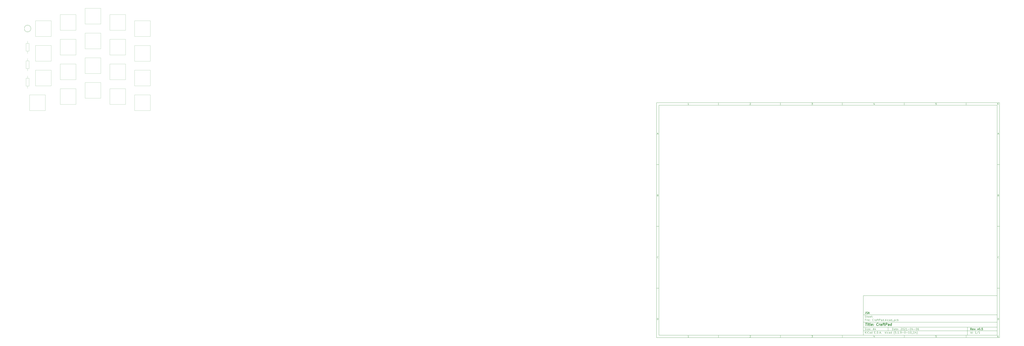
<source format=gbr>
%TF.GenerationSoftware,KiCad,Pcbnew,(5.1.9-0-10_14)*%
%TF.CreationDate,2021-04-06T08:54:49+08:00*%
%TF.ProjectId,CraftPad,43726166-7450-4616-942e-6b696361645f,v0.5*%
%TF.SameCoordinates,Original*%
%TF.FileFunction,Other,Fab,Bot*%
%FSLAX46Y46*%
G04 Gerber Fmt 4.6, Leading zero omitted, Abs format (unit mm)*
G04 Created by KiCad (PCBNEW (5.1.9-0-10_14)) date 2021-04-06 08:54:49*
%MOMM*%
%LPD*%
G01*
G04 APERTURE LIST*
%ADD10C,0.100000*%
%ADD11C,0.150000*%
%ADD12C,0.300000*%
%ADD13C,0.400000*%
G04 APERTURE END LIST*
D10*
D11*
X177002200Y-166007200D02*
X177002200Y-198007200D01*
X285002200Y-198007200D01*
X285002200Y-166007200D01*
X177002200Y-166007200D01*
D10*
D11*
X10000000Y-10000000D02*
X10000000Y-200007200D01*
X287002200Y-200007200D01*
X287002200Y-10000000D01*
X10000000Y-10000000D01*
D10*
D11*
X12000000Y-12000000D02*
X12000000Y-198007200D01*
X285002200Y-198007200D01*
X285002200Y-12000000D01*
X12000000Y-12000000D01*
D10*
D11*
X60000000Y-12000000D02*
X60000000Y-10000000D01*
D10*
D11*
X110000000Y-12000000D02*
X110000000Y-10000000D01*
D10*
D11*
X160000000Y-12000000D02*
X160000000Y-10000000D01*
D10*
D11*
X210000000Y-12000000D02*
X210000000Y-10000000D01*
D10*
D11*
X260000000Y-12000000D02*
X260000000Y-10000000D01*
D10*
D11*
X36065476Y-11588095D02*
X35322619Y-11588095D01*
X35694047Y-11588095D02*
X35694047Y-10288095D01*
X35570238Y-10473809D01*
X35446428Y-10597619D01*
X35322619Y-10659523D01*
D10*
D11*
X85322619Y-10411904D02*
X85384523Y-10350000D01*
X85508333Y-10288095D01*
X85817857Y-10288095D01*
X85941666Y-10350000D01*
X86003571Y-10411904D01*
X86065476Y-10535714D01*
X86065476Y-10659523D01*
X86003571Y-10845238D01*
X85260714Y-11588095D01*
X86065476Y-11588095D01*
D10*
D11*
X135260714Y-10288095D02*
X136065476Y-10288095D01*
X135632142Y-10783333D01*
X135817857Y-10783333D01*
X135941666Y-10845238D01*
X136003571Y-10907142D01*
X136065476Y-11030952D01*
X136065476Y-11340476D01*
X136003571Y-11464285D01*
X135941666Y-11526190D01*
X135817857Y-11588095D01*
X135446428Y-11588095D01*
X135322619Y-11526190D01*
X135260714Y-11464285D01*
D10*
D11*
X185941666Y-10721428D02*
X185941666Y-11588095D01*
X185632142Y-10226190D02*
X185322619Y-11154761D01*
X186127380Y-11154761D01*
D10*
D11*
X236003571Y-10288095D02*
X235384523Y-10288095D01*
X235322619Y-10907142D01*
X235384523Y-10845238D01*
X235508333Y-10783333D01*
X235817857Y-10783333D01*
X235941666Y-10845238D01*
X236003571Y-10907142D01*
X236065476Y-11030952D01*
X236065476Y-11340476D01*
X236003571Y-11464285D01*
X235941666Y-11526190D01*
X235817857Y-11588095D01*
X235508333Y-11588095D01*
X235384523Y-11526190D01*
X235322619Y-11464285D01*
D10*
D11*
X285941666Y-10288095D02*
X285694047Y-10288095D01*
X285570238Y-10350000D01*
X285508333Y-10411904D01*
X285384523Y-10597619D01*
X285322619Y-10845238D01*
X285322619Y-11340476D01*
X285384523Y-11464285D01*
X285446428Y-11526190D01*
X285570238Y-11588095D01*
X285817857Y-11588095D01*
X285941666Y-11526190D01*
X286003571Y-11464285D01*
X286065476Y-11340476D01*
X286065476Y-11030952D01*
X286003571Y-10907142D01*
X285941666Y-10845238D01*
X285817857Y-10783333D01*
X285570238Y-10783333D01*
X285446428Y-10845238D01*
X285384523Y-10907142D01*
X285322619Y-11030952D01*
D10*
D11*
X60000000Y-198007200D02*
X60000000Y-200007200D01*
D10*
D11*
X110000000Y-198007200D02*
X110000000Y-200007200D01*
D10*
D11*
X160000000Y-198007200D02*
X160000000Y-200007200D01*
D10*
D11*
X210000000Y-198007200D02*
X210000000Y-200007200D01*
D10*
D11*
X260000000Y-198007200D02*
X260000000Y-200007200D01*
D10*
D11*
X36065476Y-199595295D02*
X35322619Y-199595295D01*
X35694047Y-199595295D02*
X35694047Y-198295295D01*
X35570238Y-198481009D01*
X35446428Y-198604819D01*
X35322619Y-198666723D01*
D10*
D11*
X85322619Y-198419104D02*
X85384523Y-198357200D01*
X85508333Y-198295295D01*
X85817857Y-198295295D01*
X85941666Y-198357200D01*
X86003571Y-198419104D01*
X86065476Y-198542914D01*
X86065476Y-198666723D01*
X86003571Y-198852438D01*
X85260714Y-199595295D01*
X86065476Y-199595295D01*
D10*
D11*
X135260714Y-198295295D02*
X136065476Y-198295295D01*
X135632142Y-198790533D01*
X135817857Y-198790533D01*
X135941666Y-198852438D01*
X136003571Y-198914342D01*
X136065476Y-199038152D01*
X136065476Y-199347676D01*
X136003571Y-199471485D01*
X135941666Y-199533390D01*
X135817857Y-199595295D01*
X135446428Y-199595295D01*
X135322619Y-199533390D01*
X135260714Y-199471485D01*
D10*
D11*
X185941666Y-198728628D02*
X185941666Y-199595295D01*
X185632142Y-198233390D02*
X185322619Y-199161961D01*
X186127380Y-199161961D01*
D10*
D11*
X236003571Y-198295295D02*
X235384523Y-198295295D01*
X235322619Y-198914342D01*
X235384523Y-198852438D01*
X235508333Y-198790533D01*
X235817857Y-198790533D01*
X235941666Y-198852438D01*
X236003571Y-198914342D01*
X236065476Y-199038152D01*
X236065476Y-199347676D01*
X236003571Y-199471485D01*
X235941666Y-199533390D01*
X235817857Y-199595295D01*
X235508333Y-199595295D01*
X235384523Y-199533390D01*
X235322619Y-199471485D01*
D10*
D11*
X285941666Y-198295295D02*
X285694047Y-198295295D01*
X285570238Y-198357200D01*
X285508333Y-198419104D01*
X285384523Y-198604819D01*
X285322619Y-198852438D01*
X285322619Y-199347676D01*
X285384523Y-199471485D01*
X285446428Y-199533390D01*
X285570238Y-199595295D01*
X285817857Y-199595295D01*
X285941666Y-199533390D01*
X286003571Y-199471485D01*
X286065476Y-199347676D01*
X286065476Y-199038152D01*
X286003571Y-198914342D01*
X285941666Y-198852438D01*
X285817857Y-198790533D01*
X285570238Y-198790533D01*
X285446428Y-198852438D01*
X285384523Y-198914342D01*
X285322619Y-199038152D01*
D10*
D11*
X10000000Y-60000000D02*
X12000000Y-60000000D01*
D10*
D11*
X10000000Y-110000000D02*
X12000000Y-110000000D01*
D10*
D11*
X10000000Y-160000000D02*
X12000000Y-160000000D01*
D10*
D11*
X10690476Y-35216666D02*
X11309523Y-35216666D01*
X10566666Y-35588095D02*
X11000000Y-34288095D01*
X11433333Y-35588095D01*
D10*
D11*
X11092857Y-84907142D02*
X11278571Y-84969047D01*
X11340476Y-85030952D01*
X11402380Y-85154761D01*
X11402380Y-85340476D01*
X11340476Y-85464285D01*
X11278571Y-85526190D01*
X11154761Y-85588095D01*
X10659523Y-85588095D01*
X10659523Y-84288095D01*
X11092857Y-84288095D01*
X11216666Y-84350000D01*
X11278571Y-84411904D01*
X11340476Y-84535714D01*
X11340476Y-84659523D01*
X11278571Y-84783333D01*
X11216666Y-84845238D01*
X11092857Y-84907142D01*
X10659523Y-84907142D01*
D10*
D11*
X11402380Y-135464285D02*
X11340476Y-135526190D01*
X11154761Y-135588095D01*
X11030952Y-135588095D01*
X10845238Y-135526190D01*
X10721428Y-135402380D01*
X10659523Y-135278571D01*
X10597619Y-135030952D01*
X10597619Y-134845238D01*
X10659523Y-134597619D01*
X10721428Y-134473809D01*
X10845238Y-134350000D01*
X11030952Y-134288095D01*
X11154761Y-134288095D01*
X11340476Y-134350000D01*
X11402380Y-134411904D01*
D10*
D11*
X10659523Y-185588095D02*
X10659523Y-184288095D01*
X10969047Y-184288095D01*
X11154761Y-184350000D01*
X11278571Y-184473809D01*
X11340476Y-184597619D01*
X11402380Y-184845238D01*
X11402380Y-185030952D01*
X11340476Y-185278571D01*
X11278571Y-185402380D01*
X11154761Y-185526190D01*
X10969047Y-185588095D01*
X10659523Y-185588095D01*
D10*
D11*
X287002200Y-60000000D02*
X285002200Y-60000000D01*
D10*
D11*
X287002200Y-110000000D02*
X285002200Y-110000000D01*
D10*
D11*
X287002200Y-160000000D02*
X285002200Y-160000000D01*
D10*
D11*
X285692676Y-35216666D02*
X286311723Y-35216666D01*
X285568866Y-35588095D02*
X286002200Y-34288095D01*
X286435533Y-35588095D01*
D10*
D11*
X286095057Y-84907142D02*
X286280771Y-84969047D01*
X286342676Y-85030952D01*
X286404580Y-85154761D01*
X286404580Y-85340476D01*
X286342676Y-85464285D01*
X286280771Y-85526190D01*
X286156961Y-85588095D01*
X285661723Y-85588095D01*
X285661723Y-84288095D01*
X286095057Y-84288095D01*
X286218866Y-84350000D01*
X286280771Y-84411904D01*
X286342676Y-84535714D01*
X286342676Y-84659523D01*
X286280771Y-84783333D01*
X286218866Y-84845238D01*
X286095057Y-84907142D01*
X285661723Y-84907142D01*
D10*
D11*
X286404580Y-135464285D02*
X286342676Y-135526190D01*
X286156961Y-135588095D01*
X286033152Y-135588095D01*
X285847438Y-135526190D01*
X285723628Y-135402380D01*
X285661723Y-135278571D01*
X285599819Y-135030952D01*
X285599819Y-134845238D01*
X285661723Y-134597619D01*
X285723628Y-134473809D01*
X285847438Y-134350000D01*
X286033152Y-134288095D01*
X286156961Y-134288095D01*
X286342676Y-134350000D01*
X286404580Y-134411904D01*
D10*
D11*
X285661723Y-185588095D02*
X285661723Y-184288095D01*
X285971247Y-184288095D01*
X286156961Y-184350000D01*
X286280771Y-184473809D01*
X286342676Y-184597619D01*
X286404580Y-184845238D01*
X286404580Y-185030952D01*
X286342676Y-185278571D01*
X286280771Y-185402380D01*
X286156961Y-185526190D01*
X285971247Y-185588095D01*
X285661723Y-185588095D01*
D10*
D11*
X200434342Y-193785771D02*
X200434342Y-192285771D01*
X200791485Y-192285771D01*
X201005771Y-192357200D01*
X201148628Y-192500057D01*
X201220057Y-192642914D01*
X201291485Y-192928628D01*
X201291485Y-193142914D01*
X201220057Y-193428628D01*
X201148628Y-193571485D01*
X201005771Y-193714342D01*
X200791485Y-193785771D01*
X200434342Y-193785771D01*
X202577200Y-193785771D02*
X202577200Y-193000057D01*
X202505771Y-192857200D01*
X202362914Y-192785771D01*
X202077200Y-192785771D01*
X201934342Y-192857200D01*
X202577200Y-193714342D02*
X202434342Y-193785771D01*
X202077200Y-193785771D01*
X201934342Y-193714342D01*
X201862914Y-193571485D01*
X201862914Y-193428628D01*
X201934342Y-193285771D01*
X202077200Y-193214342D01*
X202434342Y-193214342D01*
X202577200Y-193142914D01*
X203077200Y-192785771D02*
X203648628Y-192785771D01*
X203291485Y-192285771D02*
X203291485Y-193571485D01*
X203362914Y-193714342D01*
X203505771Y-193785771D01*
X203648628Y-193785771D01*
X204720057Y-193714342D02*
X204577200Y-193785771D01*
X204291485Y-193785771D01*
X204148628Y-193714342D01*
X204077200Y-193571485D01*
X204077200Y-193000057D01*
X204148628Y-192857200D01*
X204291485Y-192785771D01*
X204577200Y-192785771D01*
X204720057Y-192857200D01*
X204791485Y-193000057D01*
X204791485Y-193142914D01*
X204077200Y-193285771D01*
X205434342Y-193642914D02*
X205505771Y-193714342D01*
X205434342Y-193785771D01*
X205362914Y-193714342D01*
X205434342Y-193642914D01*
X205434342Y-193785771D01*
X205434342Y-192857200D02*
X205505771Y-192928628D01*
X205434342Y-193000057D01*
X205362914Y-192928628D01*
X205434342Y-192857200D01*
X205434342Y-193000057D01*
X207220057Y-192428628D02*
X207291485Y-192357200D01*
X207434342Y-192285771D01*
X207791485Y-192285771D01*
X207934342Y-192357200D01*
X208005771Y-192428628D01*
X208077200Y-192571485D01*
X208077200Y-192714342D01*
X208005771Y-192928628D01*
X207148628Y-193785771D01*
X208077200Y-193785771D01*
X209005771Y-192285771D02*
X209148628Y-192285771D01*
X209291485Y-192357200D01*
X209362914Y-192428628D01*
X209434342Y-192571485D01*
X209505771Y-192857200D01*
X209505771Y-193214342D01*
X209434342Y-193500057D01*
X209362914Y-193642914D01*
X209291485Y-193714342D01*
X209148628Y-193785771D01*
X209005771Y-193785771D01*
X208862914Y-193714342D01*
X208791485Y-193642914D01*
X208720057Y-193500057D01*
X208648628Y-193214342D01*
X208648628Y-192857200D01*
X208720057Y-192571485D01*
X208791485Y-192428628D01*
X208862914Y-192357200D01*
X209005771Y-192285771D01*
X210077200Y-192428628D02*
X210148628Y-192357200D01*
X210291485Y-192285771D01*
X210648628Y-192285771D01*
X210791485Y-192357200D01*
X210862914Y-192428628D01*
X210934342Y-192571485D01*
X210934342Y-192714342D01*
X210862914Y-192928628D01*
X210005771Y-193785771D01*
X210934342Y-193785771D01*
X212362914Y-193785771D02*
X211505771Y-193785771D01*
X211934342Y-193785771D02*
X211934342Y-192285771D01*
X211791485Y-192500057D01*
X211648628Y-192642914D01*
X211505771Y-192714342D01*
X213005771Y-193214342D02*
X214148628Y-193214342D01*
X215148628Y-192285771D02*
X215291485Y-192285771D01*
X215434342Y-192357200D01*
X215505771Y-192428628D01*
X215577200Y-192571485D01*
X215648628Y-192857200D01*
X215648628Y-193214342D01*
X215577200Y-193500057D01*
X215505771Y-193642914D01*
X215434342Y-193714342D01*
X215291485Y-193785771D01*
X215148628Y-193785771D01*
X215005771Y-193714342D01*
X214934342Y-193642914D01*
X214862914Y-193500057D01*
X214791485Y-193214342D01*
X214791485Y-192857200D01*
X214862914Y-192571485D01*
X214934342Y-192428628D01*
X215005771Y-192357200D01*
X215148628Y-192285771D01*
X216934342Y-192785771D02*
X216934342Y-193785771D01*
X216577200Y-192214342D02*
X216220057Y-193285771D01*
X217148628Y-193285771D01*
X217720057Y-193214342D02*
X218862914Y-193214342D01*
X219862914Y-192285771D02*
X220005771Y-192285771D01*
X220148628Y-192357200D01*
X220220057Y-192428628D01*
X220291485Y-192571485D01*
X220362914Y-192857200D01*
X220362914Y-193214342D01*
X220291485Y-193500057D01*
X220220057Y-193642914D01*
X220148628Y-193714342D01*
X220005771Y-193785771D01*
X219862914Y-193785771D01*
X219720057Y-193714342D01*
X219648628Y-193642914D01*
X219577200Y-193500057D01*
X219505771Y-193214342D01*
X219505771Y-192857200D01*
X219577200Y-192571485D01*
X219648628Y-192428628D01*
X219720057Y-192357200D01*
X219862914Y-192285771D01*
X221648628Y-192285771D02*
X221362914Y-192285771D01*
X221220057Y-192357200D01*
X221148628Y-192428628D01*
X221005771Y-192642914D01*
X220934342Y-192928628D01*
X220934342Y-193500057D01*
X221005771Y-193642914D01*
X221077200Y-193714342D01*
X221220057Y-193785771D01*
X221505771Y-193785771D01*
X221648628Y-193714342D01*
X221720057Y-193642914D01*
X221791485Y-193500057D01*
X221791485Y-193142914D01*
X221720057Y-193000057D01*
X221648628Y-192928628D01*
X221505771Y-192857200D01*
X221220057Y-192857200D01*
X221077200Y-192928628D01*
X221005771Y-193000057D01*
X220934342Y-193142914D01*
D10*
D11*
X177002200Y-194507200D02*
X285002200Y-194507200D01*
D10*
D11*
X178434342Y-196585771D02*
X178434342Y-195085771D01*
X179291485Y-196585771D02*
X178648628Y-195728628D01*
X179291485Y-195085771D02*
X178434342Y-195942914D01*
X179934342Y-196585771D02*
X179934342Y-195585771D01*
X179934342Y-195085771D02*
X179862914Y-195157200D01*
X179934342Y-195228628D01*
X180005771Y-195157200D01*
X179934342Y-195085771D01*
X179934342Y-195228628D01*
X181505771Y-196442914D02*
X181434342Y-196514342D01*
X181220057Y-196585771D01*
X181077200Y-196585771D01*
X180862914Y-196514342D01*
X180720057Y-196371485D01*
X180648628Y-196228628D01*
X180577200Y-195942914D01*
X180577200Y-195728628D01*
X180648628Y-195442914D01*
X180720057Y-195300057D01*
X180862914Y-195157200D01*
X181077200Y-195085771D01*
X181220057Y-195085771D01*
X181434342Y-195157200D01*
X181505771Y-195228628D01*
X182791485Y-196585771D02*
X182791485Y-195800057D01*
X182720057Y-195657200D01*
X182577200Y-195585771D01*
X182291485Y-195585771D01*
X182148628Y-195657200D01*
X182791485Y-196514342D02*
X182648628Y-196585771D01*
X182291485Y-196585771D01*
X182148628Y-196514342D01*
X182077200Y-196371485D01*
X182077200Y-196228628D01*
X182148628Y-196085771D01*
X182291485Y-196014342D01*
X182648628Y-196014342D01*
X182791485Y-195942914D01*
X184148628Y-196585771D02*
X184148628Y-195085771D01*
X184148628Y-196514342D02*
X184005771Y-196585771D01*
X183720057Y-196585771D01*
X183577200Y-196514342D01*
X183505771Y-196442914D01*
X183434342Y-196300057D01*
X183434342Y-195871485D01*
X183505771Y-195728628D01*
X183577200Y-195657200D01*
X183720057Y-195585771D01*
X184005771Y-195585771D01*
X184148628Y-195657200D01*
X186005771Y-195800057D02*
X186505771Y-195800057D01*
X186720057Y-196585771D02*
X186005771Y-196585771D01*
X186005771Y-195085771D01*
X186720057Y-195085771D01*
X187362914Y-196442914D02*
X187434342Y-196514342D01*
X187362914Y-196585771D01*
X187291485Y-196514342D01*
X187362914Y-196442914D01*
X187362914Y-196585771D01*
X188077200Y-196585771D02*
X188077200Y-195085771D01*
X188434342Y-195085771D01*
X188648628Y-195157200D01*
X188791485Y-195300057D01*
X188862914Y-195442914D01*
X188934342Y-195728628D01*
X188934342Y-195942914D01*
X188862914Y-196228628D01*
X188791485Y-196371485D01*
X188648628Y-196514342D01*
X188434342Y-196585771D01*
X188077200Y-196585771D01*
X189577200Y-196442914D02*
X189648628Y-196514342D01*
X189577200Y-196585771D01*
X189505771Y-196514342D01*
X189577200Y-196442914D01*
X189577200Y-196585771D01*
X190220057Y-196157200D02*
X190934342Y-196157200D01*
X190077200Y-196585771D02*
X190577200Y-195085771D01*
X191077200Y-196585771D01*
X191577200Y-196442914D02*
X191648628Y-196514342D01*
X191577200Y-196585771D01*
X191505771Y-196514342D01*
X191577200Y-196442914D01*
X191577200Y-196585771D01*
X194577200Y-196585771D02*
X194577200Y-195085771D01*
X194720057Y-196014342D02*
X195148628Y-196585771D01*
X195148628Y-195585771D02*
X194577200Y-196157200D01*
X195791485Y-196585771D02*
X195791485Y-195585771D01*
X195791485Y-195085771D02*
X195720057Y-195157200D01*
X195791485Y-195228628D01*
X195862914Y-195157200D01*
X195791485Y-195085771D01*
X195791485Y-195228628D01*
X197148628Y-196514342D02*
X197005771Y-196585771D01*
X196720057Y-196585771D01*
X196577200Y-196514342D01*
X196505771Y-196442914D01*
X196434342Y-196300057D01*
X196434342Y-195871485D01*
X196505771Y-195728628D01*
X196577200Y-195657200D01*
X196720057Y-195585771D01*
X197005771Y-195585771D01*
X197148628Y-195657200D01*
X198434342Y-196585771D02*
X198434342Y-195800057D01*
X198362914Y-195657200D01*
X198220057Y-195585771D01*
X197934342Y-195585771D01*
X197791485Y-195657200D01*
X198434342Y-196514342D02*
X198291485Y-196585771D01*
X197934342Y-196585771D01*
X197791485Y-196514342D01*
X197720057Y-196371485D01*
X197720057Y-196228628D01*
X197791485Y-196085771D01*
X197934342Y-196014342D01*
X198291485Y-196014342D01*
X198434342Y-195942914D01*
X199791485Y-196585771D02*
X199791485Y-195085771D01*
X199791485Y-196514342D02*
X199648628Y-196585771D01*
X199362914Y-196585771D01*
X199220057Y-196514342D01*
X199148628Y-196442914D01*
X199077200Y-196300057D01*
X199077200Y-195871485D01*
X199148628Y-195728628D01*
X199220057Y-195657200D01*
X199362914Y-195585771D01*
X199648628Y-195585771D01*
X199791485Y-195657200D01*
X202077200Y-197157200D02*
X202005771Y-197085771D01*
X201862914Y-196871485D01*
X201791485Y-196728628D01*
X201720057Y-196514342D01*
X201648628Y-196157200D01*
X201648628Y-195871485D01*
X201720057Y-195514342D01*
X201791485Y-195300057D01*
X201862914Y-195157200D01*
X202005771Y-194942914D01*
X202077200Y-194871485D01*
X203362914Y-195085771D02*
X202648628Y-195085771D01*
X202577200Y-195800057D01*
X202648628Y-195728628D01*
X202791485Y-195657200D01*
X203148628Y-195657200D01*
X203291485Y-195728628D01*
X203362914Y-195800057D01*
X203434342Y-195942914D01*
X203434342Y-196300057D01*
X203362914Y-196442914D01*
X203291485Y-196514342D01*
X203148628Y-196585771D01*
X202791485Y-196585771D01*
X202648628Y-196514342D01*
X202577200Y-196442914D01*
X204077200Y-196442914D02*
X204148628Y-196514342D01*
X204077200Y-196585771D01*
X204005771Y-196514342D01*
X204077200Y-196442914D01*
X204077200Y-196585771D01*
X205577200Y-196585771D02*
X204720057Y-196585771D01*
X205148628Y-196585771D02*
X205148628Y-195085771D01*
X205005771Y-195300057D01*
X204862914Y-195442914D01*
X204720057Y-195514342D01*
X206220057Y-196442914D02*
X206291485Y-196514342D01*
X206220057Y-196585771D01*
X206148628Y-196514342D01*
X206220057Y-196442914D01*
X206220057Y-196585771D01*
X207005771Y-196585771D02*
X207291485Y-196585771D01*
X207434342Y-196514342D01*
X207505771Y-196442914D01*
X207648628Y-196228628D01*
X207720057Y-195942914D01*
X207720057Y-195371485D01*
X207648628Y-195228628D01*
X207577200Y-195157200D01*
X207434342Y-195085771D01*
X207148628Y-195085771D01*
X207005771Y-195157200D01*
X206934342Y-195228628D01*
X206862914Y-195371485D01*
X206862914Y-195728628D01*
X206934342Y-195871485D01*
X207005771Y-195942914D01*
X207148628Y-196014342D01*
X207434342Y-196014342D01*
X207577200Y-195942914D01*
X207648628Y-195871485D01*
X207720057Y-195728628D01*
X208362914Y-196014342D02*
X209505771Y-196014342D01*
X210505771Y-195085771D02*
X210648628Y-195085771D01*
X210791485Y-195157200D01*
X210862914Y-195228628D01*
X210934342Y-195371485D01*
X211005771Y-195657200D01*
X211005771Y-196014342D01*
X210934342Y-196300057D01*
X210862914Y-196442914D01*
X210791485Y-196514342D01*
X210648628Y-196585771D01*
X210505771Y-196585771D01*
X210362914Y-196514342D01*
X210291485Y-196442914D01*
X210220057Y-196300057D01*
X210148628Y-196014342D01*
X210148628Y-195657200D01*
X210220057Y-195371485D01*
X210291485Y-195228628D01*
X210362914Y-195157200D01*
X210505771Y-195085771D01*
X211648628Y-196014342D02*
X212791485Y-196014342D01*
X214291485Y-196585771D02*
X213434342Y-196585771D01*
X213862914Y-196585771D02*
X213862914Y-195085771D01*
X213720057Y-195300057D01*
X213577200Y-195442914D01*
X213434342Y-195514342D01*
X215220057Y-195085771D02*
X215362914Y-195085771D01*
X215505771Y-195157200D01*
X215577200Y-195228628D01*
X215648628Y-195371485D01*
X215720057Y-195657200D01*
X215720057Y-196014342D01*
X215648628Y-196300057D01*
X215577200Y-196442914D01*
X215505771Y-196514342D01*
X215362914Y-196585771D01*
X215220057Y-196585771D01*
X215077200Y-196514342D01*
X215005771Y-196442914D01*
X214934342Y-196300057D01*
X214862914Y-196014342D01*
X214862914Y-195657200D01*
X214934342Y-195371485D01*
X215005771Y-195228628D01*
X215077200Y-195157200D01*
X215220057Y-195085771D01*
X216005771Y-196728628D02*
X217148628Y-196728628D01*
X218291485Y-196585771D02*
X217434342Y-196585771D01*
X217862914Y-196585771D02*
X217862914Y-195085771D01*
X217720057Y-195300057D01*
X217577200Y-195442914D01*
X217434342Y-195514342D01*
X219577200Y-195585771D02*
X219577200Y-196585771D01*
X219220057Y-195014342D02*
X218862914Y-196085771D01*
X219791485Y-196085771D01*
X220220057Y-197157200D02*
X220291485Y-197085771D01*
X220434342Y-196871485D01*
X220505771Y-196728628D01*
X220577200Y-196514342D01*
X220648628Y-196157200D01*
X220648628Y-195871485D01*
X220577200Y-195514342D01*
X220505771Y-195300057D01*
X220434342Y-195157200D01*
X220291485Y-194942914D01*
X220220057Y-194871485D01*
D10*
D11*
X177002200Y-191507200D02*
X285002200Y-191507200D01*
D10*
D12*
X264411485Y-193785771D02*
X263911485Y-193071485D01*
X263554342Y-193785771D02*
X263554342Y-192285771D01*
X264125771Y-192285771D01*
X264268628Y-192357200D01*
X264340057Y-192428628D01*
X264411485Y-192571485D01*
X264411485Y-192785771D01*
X264340057Y-192928628D01*
X264268628Y-193000057D01*
X264125771Y-193071485D01*
X263554342Y-193071485D01*
X265625771Y-193714342D02*
X265482914Y-193785771D01*
X265197200Y-193785771D01*
X265054342Y-193714342D01*
X264982914Y-193571485D01*
X264982914Y-193000057D01*
X265054342Y-192857200D01*
X265197200Y-192785771D01*
X265482914Y-192785771D01*
X265625771Y-192857200D01*
X265697200Y-193000057D01*
X265697200Y-193142914D01*
X264982914Y-193285771D01*
X266197200Y-192785771D02*
X266554342Y-193785771D01*
X266911485Y-192785771D01*
X267482914Y-193642914D02*
X267554342Y-193714342D01*
X267482914Y-193785771D01*
X267411485Y-193714342D01*
X267482914Y-193642914D01*
X267482914Y-193785771D01*
X267482914Y-192857200D02*
X267554342Y-192928628D01*
X267482914Y-193000057D01*
X267411485Y-192928628D01*
X267482914Y-192857200D01*
X267482914Y-193000057D01*
X269197200Y-192785771D02*
X269554342Y-193785771D01*
X269911485Y-192785771D01*
X270768628Y-192285771D02*
X270911485Y-192285771D01*
X271054342Y-192357200D01*
X271125771Y-192428628D01*
X271197200Y-192571485D01*
X271268628Y-192857200D01*
X271268628Y-193214342D01*
X271197200Y-193500057D01*
X271125771Y-193642914D01*
X271054342Y-193714342D01*
X270911485Y-193785771D01*
X270768628Y-193785771D01*
X270625771Y-193714342D01*
X270554342Y-193642914D01*
X270482914Y-193500057D01*
X270411485Y-193214342D01*
X270411485Y-192857200D01*
X270482914Y-192571485D01*
X270554342Y-192428628D01*
X270625771Y-192357200D01*
X270768628Y-192285771D01*
X271911485Y-193642914D02*
X271982914Y-193714342D01*
X271911485Y-193785771D01*
X271840057Y-193714342D01*
X271911485Y-193642914D01*
X271911485Y-193785771D01*
X273340057Y-192285771D02*
X272625771Y-192285771D01*
X272554342Y-193000057D01*
X272625771Y-192928628D01*
X272768628Y-192857200D01*
X273125771Y-192857200D01*
X273268628Y-192928628D01*
X273340057Y-193000057D01*
X273411485Y-193142914D01*
X273411485Y-193500057D01*
X273340057Y-193642914D01*
X273268628Y-193714342D01*
X273125771Y-193785771D01*
X272768628Y-193785771D01*
X272625771Y-193714342D01*
X272554342Y-193642914D01*
D10*
D11*
X178362914Y-193714342D02*
X178577200Y-193785771D01*
X178934342Y-193785771D01*
X179077200Y-193714342D01*
X179148628Y-193642914D01*
X179220057Y-193500057D01*
X179220057Y-193357200D01*
X179148628Y-193214342D01*
X179077200Y-193142914D01*
X178934342Y-193071485D01*
X178648628Y-193000057D01*
X178505771Y-192928628D01*
X178434342Y-192857200D01*
X178362914Y-192714342D01*
X178362914Y-192571485D01*
X178434342Y-192428628D01*
X178505771Y-192357200D01*
X178648628Y-192285771D01*
X179005771Y-192285771D01*
X179220057Y-192357200D01*
X179862914Y-193785771D02*
X179862914Y-192785771D01*
X179862914Y-192285771D02*
X179791485Y-192357200D01*
X179862914Y-192428628D01*
X179934342Y-192357200D01*
X179862914Y-192285771D01*
X179862914Y-192428628D01*
X180434342Y-192785771D02*
X181220057Y-192785771D01*
X180434342Y-193785771D01*
X181220057Y-193785771D01*
X182362914Y-193714342D02*
X182220057Y-193785771D01*
X181934342Y-193785771D01*
X181791485Y-193714342D01*
X181720057Y-193571485D01*
X181720057Y-193000057D01*
X181791485Y-192857200D01*
X181934342Y-192785771D01*
X182220057Y-192785771D01*
X182362914Y-192857200D01*
X182434342Y-193000057D01*
X182434342Y-193142914D01*
X181720057Y-193285771D01*
X183077200Y-193642914D02*
X183148628Y-193714342D01*
X183077200Y-193785771D01*
X183005771Y-193714342D01*
X183077200Y-193642914D01*
X183077200Y-193785771D01*
X183077200Y-192857200D02*
X183148628Y-192928628D01*
X183077200Y-193000057D01*
X183005771Y-192928628D01*
X183077200Y-192857200D01*
X183077200Y-193000057D01*
X184862914Y-193357200D02*
X185577200Y-193357200D01*
X184720057Y-193785771D02*
X185220057Y-192285771D01*
X185720057Y-193785771D01*
X186862914Y-192785771D02*
X186862914Y-193785771D01*
X186505771Y-192214342D02*
X186148628Y-193285771D01*
X187077200Y-193285771D01*
D10*
D11*
X263434342Y-196585771D02*
X263434342Y-195085771D01*
X264791485Y-196585771D02*
X264791485Y-195085771D01*
X264791485Y-196514342D02*
X264648628Y-196585771D01*
X264362914Y-196585771D01*
X264220057Y-196514342D01*
X264148628Y-196442914D01*
X264077200Y-196300057D01*
X264077200Y-195871485D01*
X264148628Y-195728628D01*
X264220057Y-195657200D01*
X264362914Y-195585771D01*
X264648628Y-195585771D01*
X264791485Y-195657200D01*
X265505771Y-196442914D02*
X265577200Y-196514342D01*
X265505771Y-196585771D01*
X265434342Y-196514342D01*
X265505771Y-196442914D01*
X265505771Y-196585771D01*
X265505771Y-195657200D02*
X265577200Y-195728628D01*
X265505771Y-195800057D01*
X265434342Y-195728628D01*
X265505771Y-195657200D01*
X265505771Y-195800057D01*
X268148628Y-196585771D02*
X267291485Y-196585771D01*
X267720057Y-196585771D02*
X267720057Y-195085771D01*
X267577200Y-195300057D01*
X267434342Y-195442914D01*
X267291485Y-195514342D01*
X269862914Y-195014342D02*
X268577200Y-196942914D01*
X271148628Y-196585771D02*
X270291485Y-196585771D01*
X270720057Y-196585771D02*
X270720057Y-195085771D01*
X270577200Y-195300057D01*
X270434342Y-195442914D01*
X270291485Y-195514342D01*
D10*
D11*
X177002200Y-187507200D02*
X285002200Y-187507200D01*
D10*
D13*
X178714580Y-188211961D02*
X179857438Y-188211961D01*
X179036009Y-190211961D02*
X179286009Y-188211961D01*
X180274104Y-190211961D02*
X180440771Y-188878628D01*
X180524104Y-188211961D02*
X180416961Y-188307200D01*
X180500295Y-188402438D01*
X180607438Y-188307200D01*
X180524104Y-188211961D01*
X180500295Y-188402438D01*
X181107438Y-188878628D02*
X181869342Y-188878628D01*
X181476485Y-188211961D02*
X181262200Y-189926247D01*
X181333628Y-190116723D01*
X181512200Y-190211961D01*
X181702676Y-190211961D01*
X182655057Y-190211961D02*
X182476485Y-190116723D01*
X182405057Y-189926247D01*
X182619342Y-188211961D01*
X184190771Y-190116723D02*
X183988390Y-190211961D01*
X183607438Y-190211961D01*
X183428866Y-190116723D01*
X183357438Y-189926247D01*
X183452676Y-189164342D01*
X183571723Y-188973866D01*
X183774104Y-188878628D01*
X184155057Y-188878628D01*
X184333628Y-188973866D01*
X184405057Y-189164342D01*
X184381247Y-189354819D01*
X183405057Y-189545295D01*
X185155057Y-190021485D02*
X185238390Y-190116723D01*
X185131247Y-190211961D01*
X185047914Y-190116723D01*
X185155057Y-190021485D01*
X185131247Y-190211961D01*
X185286009Y-188973866D02*
X185369342Y-189069104D01*
X185262200Y-189164342D01*
X185178866Y-189069104D01*
X185286009Y-188973866D01*
X185262200Y-189164342D01*
X188774104Y-190021485D02*
X188666961Y-190116723D01*
X188369342Y-190211961D01*
X188178866Y-190211961D01*
X187905057Y-190116723D01*
X187738390Y-189926247D01*
X187666961Y-189735771D01*
X187619342Y-189354819D01*
X187655057Y-189069104D01*
X187797914Y-188688152D01*
X187916961Y-188497676D01*
X188131247Y-188307200D01*
X188428866Y-188211961D01*
X188619342Y-188211961D01*
X188893152Y-188307200D01*
X188976485Y-188402438D01*
X189607438Y-190211961D02*
X189774104Y-188878628D01*
X189726485Y-189259580D02*
X189845533Y-189069104D01*
X189952676Y-188973866D01*
X190155057Y-188878628D01*
X190345533Y-188878628D01*
X191702676Y-190211961D02*
X191833628Y-189164342D01*
X191762200Y-188973866D01*
X191583628Y-188878628D01*
X191202676Y-188878628D01*
X191000295Y-188973866D01*
X191714580Y-190116723D02*
X191512200Y-190211961D01*
X191036009Y-190211961D01*
X190857438Y-190116723D01*
X190786009Y-189926247D01*
X190809819Y-189735771D01*
X190928866Y-189545295D01*
X191131247Y-189450057D01*
X191607438Y-189450057D01*
X191809819Y-189354819D01*
X192536009Y-188878628D02*
X193297914Y-188878628D01*
X192655057Y-190211961D02*
X192869342Y-188497676D01*
X192988390Y-188307200D01*
X193190771Y-188211961D01*
X193381247Y-188211961D01*
X193678866Y-188878628D02*
X194440771Y-188878628D01*
X194047914Y-188211961D02*
X193833628Y-189926247D01*
X193905057Y-190116723D01*
X194083628Y-190211961D01*
X194274104Y-190211961D01*
X194940771Y-190211961D02*
X195190771Y-188211961D01*
X195952676Y-188211961D01*
X196131247Y-188307200D01*
X196214580Y-188402438D01*
X196286009Y-188592914D01*
X196250295Y-188878628D01*
X196131247Y-189069104D01*
X196024104Y-189164342D01*
X195821723Y-189259580D01*
X195059819Y-189259580D01*
X197797914Y-190211961D02*
X197928866Y-189164342D01*
X197857438Y-188973866D01*
X197678866Y-188878628D01*
X197297914Y-188878628D01*
X197095533Y-188973866D01*
X197809819Y-190116723D02*
X197607438Y-190211961D01*
X197131247Y-190211961D01*
X196952676Y-190116723D01*
X196881247Y-189926247D01*
X196905057Y-189735771D01*
X197024104Y-189545295D01*
X197226485Y-189450057D01*
X197702676Y-189450057D01*
X197905057Y-189354819D01*
X199607438Y-190211961D02*
X199857438Y-188211961D01*
X199619342Y-190116723D02*
X199416961Y-190211961D01*
X199036009Y-190211961D01*
X198857438Y-190116723D01*
X198774104Y-190021485D01*
X198702676Y-189831009D01*
X198774104Y-189259580D01*
X198893152Y-189069104D01*
X199000295Y-188973866D01*
X199202676Y-188878628D01*
X199583628Y-188878628D01*
X199762200Y-188973866D01*
D10*
D11*
X178934342Y-185600057D02*
X178434342Y-185600057D01*
X178434342Y-186385771D02*
X178434342Y-184885771D01*
X179148628Y-184885771D01*
X179720057Y-186385771D02*
X179720057Y-185385771D01*
X179720057Y-184885771D02*
X179648628Y-184957200D01*
X179720057Y-185028628D01*
X179791485Y-184957200D01*
X179720057Y-184885771D01*
X179720057Y-185028628D01*
X180648628Y-186385771D02*
X180505771Y-186314342D01*
X180434342Y-186171485D01*
X180434342Y-184885771D01*
X181791485Y-186314342D02*
X181648628Y-186385771D01*
X181362914Y-186385771D01*
X181220057Y-186314342D01*
X181148628Y-186171485D01*
X181148628Y-185600057D01*
X181220057Y-185457200D01*
X181362914Y-185385771D01*
X181648628Y-185385771D01*
X181791485Y-185457200D01*
X181862914Y-185600057D01*
X181862914Y-185742914D01*
X181148628Y-185885771D01*
X182505771Y-186242914D02*
X182577200Y-186314342D01*
X182505771Y-186385771D01*
X182434342Y-186314342D01*
X182505771Y-186242914D01*
X182505771Y-186385771D01*
X182505771Y-185457200D02*
X182577200Y-185528628D01*
X182505771Y-185600057D01*
X182434342Y-185528628D01*
X182505771Y-185457200D01*
X182505771Y-185600057D01*
X185220057Y-186242914D02*
X185148628Y-186314342D01*
X184934342Y-186385771D01*
X184791485Y-186385771D01*
X184577200Y-186314342D01*
X184434342Y-186171485D01*
X184362914Y-186028628D01*
X184291485Y-185742914D01*
X184291485Y-185528628D01*
X184362914Y-185242914D01*
X184434342Y-185100057D01*
X184577200Y-184957200D01*
X184791485Y-184885771D01*
X184934342Y-184885771D01*
X185148628Y-184957200D01*
X185220057Y-185028628D01*
X185862914Y-186385771D02*
X185862914Y-185385771D01*
X185862914Y-185671485D02*
X185934342Y-185528628D01*
X186005771Y-185457200D01*
X186148628Y-185385771D01*
X186291485Y-185385771D01*
X187434342Y-186385771D02*
X187434342Y-185600057D01*
X187362914Y-185457200D01*
X187220057Y-185385771D01*
X186934342Y-185385771D01*
X186791485Y-185457200D01*
X187434342Y-186314342D02*
X187291485Y-186385771D01*
X186934342Y-186385771D01*
X186791485Y-186314342D01*
X186720057Y-186171485D01*
X186720057Y-186028628D01*
X186791485Y-185885771D01*
X186934342Y-185814342D01*
X187291485Y-185814342D01*
X187434342Y-185742914D01*
X187934342Y-185385771D02*
X188505771Y-185385771D01*
X188148628Y-186385771D02*
X188148628Y-185100057D01*
X188220057Y-184957200D01*
X188362914Y-184885771D01*
X188505771Y-184885771D01*
X188791485Y-185385771D02*
X189362914Y-185385771D01*
X189005771Y-184885771D02*
X189005771Y-186171485D01*
X189077200Y-186314342D01*
X189220057Y-186385771D01*
X189362914Y-186385771D01*
X189862914Y-186385771D02*
X189862914Y-184885771D01*
X190434342Y-184885771D01*
X190577200Y-184957200D01*
X190648628Y-185028628D01*
X190720057Y-185171485D01*
X190720057Y-185385771D01*
X190648628Y-185528628D01*
X190577200Y-185600057D01*
X190434342Y-185671485D01*
X189862914Y-185671485D01*
X192005771Y-186385771D02*
X192005771Y-185600057D01*
X191934342Y-185457200D01*
X191791485Y-185385771D01*
X191505771Y-185385771D01*
X191362914Y-185457200D01*
X192005771Y-186314342D02*
X191862914Y-186385771D01*
X191505771Y-186385771D01*
X191362914Y-186314342D01*
X191291485Y-186171485D01*
X191291485Y-186028628D01*
X191362914Y-185885771D01*
X191505771Y-185814342D01*
X191862914Y-185814342D01*
X192005771Y-185742914D01*
X193362914Y-186385771D02*
X193362914Y-184885771D01*
X193362914Y-186314342D02*
X193220057Y-186385771D01*
X192934342Y-186385771D01*
X192791485Y-186314342D01*
X192720057Y-186242914D01*
X192648628Y-186100057D01*
X192648628Y-185671485D01*
X192720057Y-185528628D01*
X192791485Y-185457200D01*
X192934342Y-185385771D01*
X193220057Y-185385771D01*
X193362914Y-185457200D01*
X194077200Y-186242914D02*
X194148628Y-186314342D01*
X194077200Y-186385771D01*
X194005771Y-186314342D01*
X194077200Y-186242914D01*
X194077200Y-186385771D01*
X194791485Y-186385771D02*
X194791485Y-184885771D01*
X194934342Y-185814342D02*
X195362914Y-186385771D01*
X195362914Y-185385771D02*
X194791485Y-185957200D01*
X196005771Y-186385771D02*
X196005771Y-185385771D01*
X196005771Y-184885771D02*
X195934342Y-184957200D01*
X196005771Y-185028628D01*
X196077200Y-184957200D01*
X196005771Y-184885771D01*
X196005771Y-185028628D01*
X197362914Y-186314342D02*
X197220057Y-186385771D01*
X196934342Y-186385771D01*
X196791485Y-186314342D01*
X196720057Y-186242914D01*
X196648628Y-186100057D01*
X196648628Y-185671485D01*
X196720057Y-185528628D01*
X196791485Y-185457200D01*
X196934342Y-185385771D01*
X197220057Y-185385771D01*
X197362914Y-185457200D01*
X198648628Y-186385771D02*
X198648628Y-185600057D01*
X198577200Y-185457200D01*
X198434342Y-185385771D01*
X198148628Y-185385771D01*
X198005771Y-185457200D01*
X198648628Y-186314342D02*
X198505771Y-186385771D01*
X198148628Y-186385771D01*
X198005771Y-186314342D01*
X197934342Y-186171485D01*
X197934342Y-186028628D01*
X198005771Y-185885771D01*
X198148628Y-185814342D01*
X198505771Y-185814342D01*
X198648628Y-185742914D01*
X200005771Y-186385771D02*
X200005771Y-184885771D01*
X200005771Y-186314342D02*
X199862914Y-186385771D01*
X199577200Y-186385771D01*
X199434342Y-186314342D01*
X199362914Y-186242914D01*
X199291485Y-186100057D01*
X199291485Y-185671485D01*
X199362914Y-185528628D01*
X199434342Y-185457200D01*
X199577200Y-185385771D01*
X199862914Y-185385771D01*
X200005771Y-185457200D01*
X200362914Y-186528628D02*
X201505771Y-186528628D01*
X201862914Y-185385771D02*
X201862914Y-186885771D01*
X201862914Y-185457200D02*
X202005771Y-185385771D01*
X202291485Y-185385771D01*
X202434342Y-185457200D01*
X202505771Y-185528628D01*
X202577200Y-185671485D01*
X202577200Y-186100057D01*
X202505771Y-186242914D01*
X202434342Y-186314342D01*
X202291485Y-186385771D01*
X202005771Y-186385771D01*
X201862914Y-186314342D01*
X203862914Y-186314342D02*
X203720057Y-186385771D01*
X203434342Y-186385771D01*
X203291485Y-186314342D01*
X203220057Y-186242914D01*
X203148628Y-186100057D01*
X203148628Y-185671485D01*
X203220057Y-185528628D01*
X203291485Y-185457200D01*
X203434342Y-185385771D01*
X203720057Y-185385771D01*
X203862914Y-185457200D01*
X204505771Y-186385771D02*
X204505771Y-184885771D01*
X204505771Y-185457200D02*
X204648628Y-185385771D01*
X204934342Y-185385771D01*
X205077200Y-185457200D01*
X205148628Y-185528628D01*
X205220057Y-185671485D01*
X205220057Y-186100057D01*
X205148628Y-186242914D01*
X205077200Y-186314342D01*
X204934342Y-186385771D01*
X204648628Y-186385771D01*
X204505771Y-186314342D01*
D10*
D11*
X177002200Y-181507200D02*
X285002200Y-181507200D01*
D10*
D11*
X178362914Y-183614342D02*
X178577200Y-183685771D01*
X178934342Y-183685771D01*
X179077200Y-183614342D01*
X179148628Y-183542914D01*
X179220057Y-183400057D01*
X179220057Y-183257200D01*
X179148628Y-183114342D01*
X179077200Y-183042914D01*
X178934342Y-182971485D01*
X178648628Y-182900057D01*
X178505771Y-182828628D01*
X178434342Y-182757200D01*
X178362914Y-182614342D01*
X178362914Y-182471485D01*
X178434342Y-182328628D01*
X178505771Y-182257200D01*
X178648628Y-182185771D01*
X179005771Y-182185771D01*
X179220057Y-182257200D01*
X179862914Y-183685771D02*
X179862914Y-182185771D01*
X180505771Y-183685771D02*
X180505771Y-182900057D01*
X180434342Y-182757200D01*
X180291485Y-182685771D01*
X180077200Y-182685771D01*
X179934342Y-182757200D01*
X179862914Y-182828628D01*
X181791485Y-183614342D02*
X181648628Y-183685771D01*
X181362914Y-183685771D01*
X181220057Y-183614342D01*
X181148628Y-183471485D01*
X181148628Y-182900057D01*
X181220057Y-182757200D01*
X181362914Y-182685771D01*
X181648628Y-182685771D01*
X181791485Y-182757200D01*
X181862914Y-182900057D01*
X181862914Y-183042914D01*
X181148628Y-183185771D01*
X183077200Y-183614342D02*
X182934342Y-183685771D01*
X182648628Y-183685771D01*
X182505771Y-183614342D01*
X182434342Y-183471485D01*
X182434342Y-182900057D01*
X182505771Y-182757200D01*
X182648628Y-182685771D01*
X182934342Y-182685771D01*
X183077200Y-182757200D01*
X183148628Y-182900057D01*
X183148628Y-183042914D01*
X182434342Y-183185771D01*
X183577200Y-182685771D02*
X184148628Y-182685771D01*
X183791485Y-182185771D02*
X183791485Y-183471485D01*
X183862914Y-183614342D01*
X184005771Y-183685771D01*
X184148628Y-183685771D01*
X184648628Y-183542914D02*
X184720057Y-183614342D01*
X184648628Y-183685771D01*
X184577200Y-183614342D01*
X184648628Y-183542914D01*
X184648628Y-183685771D01*
X184648628Y-182757200D02*
X184720057Y-182828628D01*
X184648628Y-182900057D01*
X184577200Y-182828628D01*
X184648628Y-182757200D01*
X184648628Y-182900057D01*
D10*
D12*
X178982914Y-179185771D02*
X178982914Y-180257200D01*
X178911485Y-180471485D01*
X178768628Y-180614342D01*
X178554342Y-180685771D01*
X178411485Y-180685771D01*
X179625771Y-180614342D02*
X179840057Y-180685771D01*
X180197200Y-180685771D01*
X180340057Y-180614342D01*
X180411485Y-180542914D01*
X180482914Y-180400057D01*
X180482914Y-180257200D01*
X180411485Y-180114342D01*
X180340057Y-180042914D01*
X180197200Y-179971485D01*
X179911485Y-179900057D01*
X179768628Y-179828628D01*
X179697200Y-179757200D01*
X179625771Y-179614342D01*
X179625771Y-179471485D01*
X179697200Y-179328628D01*
X179768628Y-179257200D01*
X179911485Y-179185771D01*
X180268628Y-179185771D01*
X180482914Y-179257200D01*
X181054342Y-180257200D02*
X181768628Y-180257200D01*
X180911485Y-180685771D02*
X181411485Y-179185771D01*
X181911485Y-180685771D01*
D10*
D11*
X197002200Y-191507200D02*
X197002200Y-194507200D01*
D10*
D11*
X261002200Y-191507200D02*
X261002200Y-198007200D01*
D10*
%TO.C,R2*%
X-499000000Y23924406D02*
X-496500000Y23924406D01*
X-496500000Y23924406D02*
X-496500000Y17624406D01*
X-496500000Y17624406D02*
X-499000000Y17624406D01*
X-499000000Y17624406D02*
X-499000000Y23924406D01*
X-497750000Y25854406D02*
X-497750000Y23924406D01*
X-497750000Y15694406D02*
X-497750000Y17624406D01*
%TO.C,D21*%
X-500245000Y48530306D02*
X-500245000Y51469694D01*
X-495245000Y50000000D02*
G75*
G03*
X-495245000Y50000000I-2500000J0D01*
G01*
X-500245016Y51469666D02*
G75*
G02*
X-500245000Y48530306I2500016J-1469666D01*
G01*
%TO.C,R3*%
X-499000000Y9820000D02*
X-496500000Y9820000D01*
X-496500000Y9820000D02*
X-496500000Y3520000D01*
X-496500000Y3520000D02*
X-499000000Y3520000D01*
X-499000000Y3520000D02*
X-499000000Y9820000D01*
X-497750000Y11750000D02*
X-497750000Y9820000D01*
X-497750000Y1590000D02*
X-497750000Y3520000D01*
%TO.C,R1*%
X-499000000Y38028811D02*
X-496500000Y38028811D01*
X-496500000Y38028811D02*
X-496500000Y31728811D01*
X-496500000Y31728811D02*
X-499000000Y31728811D01*
X-499000000Y31728811D02*
X-499000000Y38028811D01*
X-497750000Y39958811D02*
X-497750000Y38028811D01*
X-497750000Y29798811D02*
X-497750000Y31728811D01*
%TO.C,SW2*%
X-418650000Y61350000D02*
X-431350000Y61350000D01*
X-431350000Y61350000D02*
X-431350000Y48650000D01*
X-431350000Y48650000D02*
X-418650000Y48650000D01*
X-418650000Y48650000D02*
X-418650000Y61350000D01*
%TO.C,SW1*%
X-398650000Y56350000D02*
X-411350000Y56350000D01*
X-411350000Y56350000D02*
X-411350000Y43650000D01*
X-411350000Y43650000D02*
X-398650000Y43650000D01*
X-398650000Y43650000D02*
X-398650000Y56350000D01*
%TO.C,SW20*%
X-483410000Y-3650000D02*
X-496110000Y-3650000D01*
X-496110000Y-3650000D02*
X-496110000Y-16350000D01*
X-496110000Y-16350000D02*
X-483410000Y-16350000D01*
X-483410000Y-16350000D02*
X-483410000Y-3650000D01*
%TO.C,SW19*%
X-458650000Y1350000D02*
X-471350000Y1350000D01*
X-471350000Y1350000D02*
X-471350000Y-11350000D01*
X-471350000Y-11350000D02*
X-458650000Y-11350000D01*
X-458650000Y-11350000D02*
X-458650000Y1350000D01*
%TO.C,SW18*%
X-438650000Y6350000D02*
X-451350000Y6350000D01*
X-451350000Y6350000D02*
X-451350000Y-6350000D01*
X-451350000Y-6350000D02*
X-438650000Y-6350000D01*
X-438650000Y-6350000D02*
X-438650000Y6350000D01*
%TO.C,SW17*%
X-418650000Y1350000D02*
X-431350000Y1350000D01*
X-431350000Y1350000D02*
X-431350000Y-11350000D01*
X-431350000Y-11350000D02*
X-418650000Y-11350000D01*
X-418650000Y-11350000D02*
X-418650000Y1350000D01*
%TO.C,SW16*%
X-398650000Y-3650000D02*
X-411350000Y-3650000D01*
X-411350000Y-3650000D02*
X-411350000Y-16350000D01*
X-411350000Y-16350000D02*
X-398650000Y-16350000D01*
X-398650000Y-16350000D02*
X-398650000Y-3650000D01*
%TO.C,SW15*%
X-478650000Y16350000D02*
X-491350000Y16350000D01*
X-491350000Y16350000D02*
X-491350000Y3650000D01*
X-491350000Y3650000D02*
X-478650000Y3650000D01*
X-478650000Y3650000D02*
X-478650000Y16350000D01*
%TO.C,SW14*%
X-458650000Y21350000D02*
X-471350000Y21350000D01*
X-471350000Y21350000D02*
X-471350000Y8650000D01*
X-471350000Y8650000D02*
X-458650000Y8650000D01*
X-458650000Y8650000D02*
X-458650000Y21350000D01*
%TO.C,SW13*%
X-438650000Y26350000D02*
X-451350000Y26350000D01*
X-451350000Y26350000D02*
X-451350000Y13650000D01*
X-451350000Y13650000D02*
X-438650000Y13650000D01*
X-438650000Y13650000D02*
X-438650000Y26350000D01*
%TO.C,SW12*%
X-418650000Y21350000D02*
X-431350000Y21350000D01*
X-431350000Y21350000D02*
X-431350000Y8650000D01*
X-431350000Y8650000D02*
X-418650000Y8650000D01*
X-418650000Y8650000D02*
X-418650000Y21350000D01*
%TO.C,SW11*%
X-398650000Y16350000D02*
X-411350000Y16350000D01*
X-411350000Y16350000D02*
X-411350000Y3650000D01*
X-411350000Y3650000D02*
X-398650000Y3650000D01*
X-398650000Y3650000D02*
X-398650000Y16350000D01*
%TO.C,SW10*%
X-478650000Y36350000D02*
X-491350000Y36350000D01*
X-491350000Y36350000D02*
X-491350000Y23650000D01*
X-491350000Y23650000D02*
X-478650000Y23650000D01*
X-478650000Y23650000D02*
X-478650000Y36350000D01*
%TO.C,SW9*%
X-458650000Y41350000D02*
X-471350000Y41350000D01*
X-471350000Y41350000D02*
X-471350000Y28650000D01*
X-471350000Y28650000D02*
X-458650000Y28650000D01*
X-458650000Y28650000D02*
X-458650000Y41350000D01*
%TO.C,SW8*%
X-438650000Y46350000D02*
X-451350000Y46350000D01*
X-451350000Y46350000D02*
X-451350000Y33650000D01*
X-451350000Y33650000D02*
X-438650000Y33650000D01*
X-438650000Y33650000D02*
X-438650000Y46350000D01*
%TO.C,SW7*%
X-418650000Y41350000D02*
X-431350000Y41350000D01*
X-431350000Y41350000D02*
X-431350000Y28650000D01*
X-431350000Y28650000D02*
X-418650000Y28650000D01*
X-418650000Y28650000D02*
X-418650000Y41350000D01*
%TO.C,SW6*%
X-398650000Y36270000D02*
X-411350000Y36270000D01*
X-411350000Y36270000D02*
X-411350000Y23570000D01*
X-411350000Y23570000D02*
X-398650000Y23570000D01*
X-398650000Y23570000D02*
X-398650000Y36270000D01*
%TO.C,SW5*%
X-478650000Y56350000D02*
X-491350000Y56350000D01*
X-491350000Y56350000D02*
X-491350000Y43650000D01*
X-491350000Y43650000D02*
X-478650000Y43650000D01*
X-478650000Y43650000D02*
X-478650000Y56350000D01*
%TO.C,SW4*%
X-458650000Y61350000D02*
X-471350000Y61350000D01*
X-471350000Y61350000D02*
X-471350000Y48650000D01*
X-471350000Y48650000D02*
X-458650000Y48650000D01*
X-458650000Y48650000D02*
X-458650000Y61350000D01*
%TO.C,SW3*%
X-438650000Y66350000D02*
X-451350000Y66350000D01*
X-451350000Y66350000D02*
X-451350000Y53650000D01*
X-451350000Y53650000D02*
X-438650000Y53650000D01*
X-438650000Y53650000D02*
X-438650000Y66350000D01*
%TD*%
M02*

</source>
